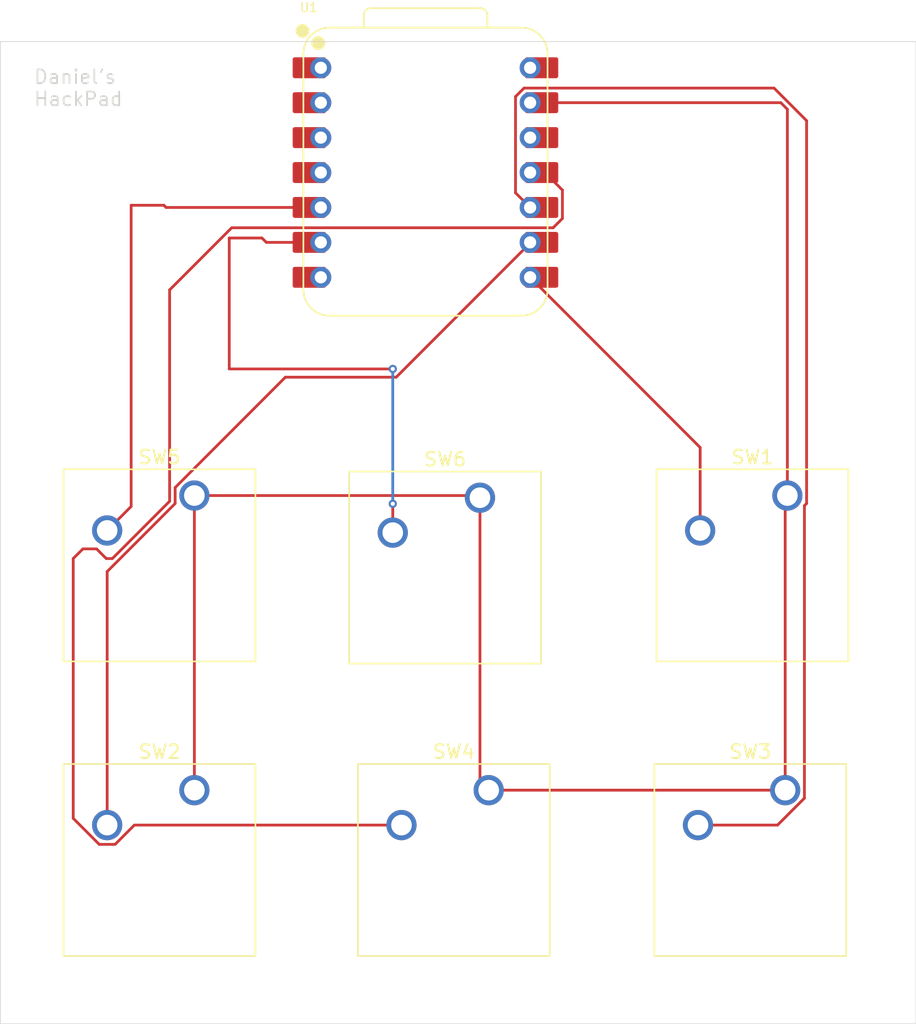
<source format=kicad_pcb>
(kicad_pcb (version 20241229) (generator "pcbnew") (generator_version "9.0")
  (layers (0 "F.Cu" signal) (2 "B.Cu" signal) (13 "F.Paste" user) (15 "B.Paste" user) (5 "F.SilkS" user "F.Silkscreen") (7 "B.SilkS" user "B.Silkscreen") (1 "F.Mask" user) (3 "B.Mask" user) (25 "Edge.Cuts" user))
  (net 0 "")
  (net 1 "Net-(U1-GPIO1{slash}RX)")
  (net 2 "GND")
  (net 3 "Net-(U1-GPIO2{slash}SCK)")
  (net 4 "Net-(U1-GPIO4{slash}MISO)")
  (net 5 "Net-(U1-GPIO3{slash}MOSI)")
  (net 6 "Net-(U1-GPIO6{slash}SDA)")
  (net 7 "Net-(U1-GPIO7{slash}SCL)")
  (net 13 "+5V")
  (footprint "Button_Switch_Keyboard:SW_Cherry_MX_1.00u_PCB" (layer "F.Cu") (at 171.45 90.17)
    (property "Reference" "SW3" (at -2.54 -2.794 0) (layer "F.SilkS"))
    (property "Value" "SW_Push")
    (fp_line (start -9.525 -1.905) (end 4.445 -1.905) (stroke (width 0.12)) (layer "F.SilkS"))
    (fp_line (start -9.525 12.065) (end -9.525 -1.905) (stroke (width 0.12)) (layer "F.SilkS"))
    (fp_line (start 4.445 -1.905) (end 4.445 12.065) (stroke (width 0.12)) (layer "F.SilkS"))
    (fp_line (start 4.445 12.065) (end -9.525 12.065) (stroke (width 0.12)) (layer "F.SilkS"))
    (pad "" np_thru_hole circle (at -7.62 5.08) (size 1.7 1.7) (drill 1.7) (layers "*.Cu" "*.Mask"))
    (pad "" np_thru_hole circle (at -2.54 5.08) (size 4 4) (drill 4) (layers "*.Cu" "*.Mask"))
    (pad "" np_thru_hole circle (at 2.54 5.08) (size 1.7 1.7) (drill 1.7) (layers "*.Cu" "*.Mask"))
    (pad "1" thru_hole circle (at 0 0) (size 2.2 2.2) (drill 1.5) (layers "*.Cu" "*.Mask") (net 2 "GND"))
    (pad "2" thru_hole circle (at -6.35 2.54) (size 2.2 2.2) (drill 1.5) (layers "*.Cu" "*.Mask") (net 4 "Net-(U1-GPIO4{slash}MISO)"))
  )
  (footprint "Button_Switch_Keyboard:SW_Cherry_MX_1.00u_PCB" (layer "F.Cu") (at 171.60875 68.73875)
    (property "Reference" "SW1" (at -2.54 -2.794 0) (layer "F.SilkS"))
    (property "Value" "SW_Push")
    (fp_line (start -9.525 -1.905) (end 4.445 -1.905) (stroke (width 0.12)) (layer "F.SilkS"))
    (fp_line (start -9.525 12.065) (end -9.525 -1.905) (stroke (width 0.12)) (layer "F.SilkS"))
    (fp_line (start 4.445 -1.905) (end 4.445 12.065) (stroke (width 0.12)) (layer "F.SilkS"))
    (fp_line (start 4.445 12.065) (end -9.525 12.065) (stroke (width 0.12)) (layer "F.SilkS"))
    (pad "" np_thru_hole circle (at -7.62 5.08) (size 1.7 1.7) (drill 1.7) (layers "*.Cu" "*.Mask"))
    (pad "" np_thru_hole circle (at -2.54 5.08) (size 4 4) (drill 4) (layers "*.Cu" "*.Mask"))
    (pad "" np_thru_hole circle (at 2.54 5.08) (size 1.7 1.7) (drill 1.7) (layers "*.Cu" "*.Mask"))
    (pad "1" thru_hole circle (at 0 0) (size 2.2 2.2) (drill 1.5) (layers "*.Cu" "*.Mask") (net 2 "GND"))
    (pad "2" thru_hole circle (at -6.35 2.54) (size 2.2 2.2) (drill 1.5) (layers "*.Cu" "*.Mask") (net 1 "Net-(U1-GPIO1{slash}RX)"))
  )
  (footprint "Button_Switch_Keyboard:SW_Cherry_MX_1.00u_PCB" (layer "F.Cu") (at 128.42875 68.73875)
    (property "Reference" "SW5" (at -2.54 -2.794 0) (layer "F.SilkS"))
    (property "Value" "SW_Push")
    (fp_line (start -9.525 -1.905) (end 4.445 -1.905) (stroke (width 0.12)) (layer "F.SilkS"))
    (fp_line (start -9.525 12.065) (end -9.525 -1.905) (stroke (width 0.12)) (layer "F.SilkS"))
    (fp_line (start 4.445 -1.905) (end 4.445 12.065) (stroke (width 0.12)) (layer "F.SilkS"))
    (fp_line (start 4.445 12.065) (end -9.525 12.065) (stroke (width 0.12)) (layer "F.SilkS"))
    (pad "" np_thru_hole circle (at -7.62 5.08) (size 1.7 1.7) (drill 1.7) (layers "*.Cu" "*.Mask"))
    (pad "" np_thru_hole circle (at -2.54 5.08) (size 4 4) (drill 4) (layers "*.Cu" "*.Mask"))
    (pad "" np_thru_hole circle (at 2.54 5.08) (size 1.7 1.7) (drill 1.7) (layers "*.Cu" "*.Mask"))
    (pad "1" thru_hole circle (at 0 0) (size 2.2 2.2) (drill 1.5) (layers "*.Cu" "*.Mask") (net 2 "GND"))
    (pad "2" thru_hole circle (at -6.35 2.54) (size 2.2 2.2) (drill 1.5) (layers "*.Cu" "*.Mask") (net 6 "Net-(U1-GPIO6{slash}SDA)"))
  )
  (footprint "Button_Switch_Keyboard:SW_Cherry_MX_1.00u_PCB" (layer "F.Cu") (at 149.225 68.8975)
    (property "Reference" "SW6" (at -2.54 -2.794 0) (layer "F.SilkS"))
    (property "Value" "SW_Push")
    (fp_line (start -9.525 -1.905) (end 4.445 -1.905) (stroke (width 0.12)) (layer "F.SilkS"))
    (fp_line (start -9.525 12.065) (end -9.525 -1.905) (stroke (width 0.12)) (layer "F.SilkS"))
    (fp_line (start 4.445 -1.905) (end 4.445 12.065) (stroke (width 0.12)) (layer "F.SilkS"))
    (fp_line (start 4.445 12.065) (end -9.525 12.065) (stroke (width 0.12)) (layer "F.SilkS"))
    (pad "" np_thru_hole circle (at -7.62 5.08) (size 1.7 1.7) (drill 1.7) (layers "*.Cu" "*.Mask"))
    (pad "" np_thru_hole circle (at -2.54 5.08) (size 4 4) (drill 4) (layers "*.Cu" "*.Mask"))
    (pad "" np_thru_hole circle (at 2.54 5.08) (size 1.7 1.7) (drill 1.7) (layers "*.Cu" "*.Mask"))
    (pad "1" thru_hole circle (at 0 0) (size 2.2 2.2) (drill 1.5) (layers "*.Cu" "*.Mask") (net 2 "GND"))
    (pad "2" thru_hole circle (at -6.35 2.54) (size 2.2 2.2) (drill 1.5) (layers "*.Cu" "*.Mask") (net 7 "Net-(U1-GPIO7{slash}SCL)"))
  )
  (footprint "Button_Switch_Keyboard:SW_Cherry_MX_1.00u_PCB" (layer "F.Cu") (at 128.42875 90.17)
    (property "Reference" "SW2" (at -2.54 -2.794 0) (layer "F.SilkS"))
    (property "Value" "SW_Push")
    (fp_line (start -9.525 -1.905) (end 4.445 -1.905) (stroke (width 0.12)) (layer "F.SilkS"))
    (fp_line (start -9.525 12.065) (end -9.525 -1.905) (stroke (width 0.12)) (layer "F.SilkS"))
    (fp_line (start 4.445 -1.905) (end 4.445 12.065) (stroke (width 0.12)) (layer "F.SilkS"))
    (fp_line (start 4.445 12.065) (end -9.525 12.065) (stroke (width 0.12)) (layer "F.SilkS"))
    (pad "" np_thru_hole circle (at -7.62 5.08) (size 1.7 1.7) (drill 1.7) (layers "*.Cu" "*.Mask"))
    (pad "" np_thru_hole circle (at -2.54 5.08) (size 4 4) (drill 4) (layers "*.Cu" "*.Mask"))
    (pad "" np_thru_hole circle (at 2.54 5.08) (size 1.7 1.7) (drill 1.7) (layers "*.Cu" "*.Mask"))
    (pad "1" thru_hole circle (at 0 0) (size 2.2 2.2) (drill 1.5) (layers "*.Cu" "*.Mask") (net 2 "GND"))
    (pad "2" thru_hole circle (at -6.35 2.54) (size 2.2 2.2) (drill 1.5) (layers "*.Cu" "*.Mask") (net 3 "Net-(U1-GPIO2{slash}SCK)"))
  )
  (footprint "OPL:XIAO-RP2040-DIP" (layer "F.Cu") (at 145.25625 45.24375)
    (property "Reference" "U1" (at -8.5 -12 0) (layer "F.SilkS") (effects (font (size 0.635 0.635) (thickness 0.1016))))
    (property "Value" "XIAO-RP2040-DIP")
    (fp_line (start -8.89 8.509) (end -8.89 -8.636) (stroke (width 0.127)) (layer "F.SilkS"))
    (fp_line (start -6.985 10.414) (end 6.985 10.414) (stroke (width 0.127)) (layer "F.SilkS"))
    (fp_line (start -4.495 -10.541) (end -4.491272 -11.451272) (stroke (width 0.127)) (layer "F.SilkS"))
    (fp_line (start -3.991272 -11.951) (end 4.004 -11.951) (stroke (width 0.127)) (layer "F.SilkS"))
    (fp_line (start 4.504 -11.451) (end 4.504 -10.541) (stroke (width 0.127)) (layer "F.SilkS"))
    (fp_line (start 6.985 -10.541) (end -6.985 -10.541) (stroke (width 0.1)) (layer "F.SilkS"))
    (fp_line (start 6.985 -10.541) (end -6.985 -10.541) (stroke (width 0.127)) (layer "F.SilkS"))
    (fp_line (start 8.89 8.509) (end 8.89 -8.636) (stroke (width 0.127)) (layer "F.SilkS"))
    (fp_arc (start -8.89 -8.636) (mid -8.332038 -9.983038) (end -6.985 -10.541) (stroke (width 0.127)) (layer "F.SilkS"))
    (fp_arc (start -6.985 10.414) (mid -8.332038 9.856038) (end -8.89 8.509) (stroke (width 0.127)) (layer "F.SilkS"))
    (fp_arc (start -4.491272 -11.451272) (mid -4.344728 -11.80464) (end -3.991272 -11.951) (stroke (width 0.127)) (layer "F.SilkS"))
    (fp_arc (start 4.004 -11.951) (mid 4.357553 -11.804553) (end 4.504 -11.451) (stroke (width 0.127)) (layer "F.SilkS"))
    (fp_arc (start 6.985 -10.541) (mid 8.332038 -9.983038) (end 8.89 -8.636) (stroke (width 0.127)) (layer "F.SilkS"))
    (fp_arc (start 8.89 8.509) (mid 8.332038 9.856038) (end 6.985 10.414) (stroke (width 0.127)) (layer "F.SilkS"))
    (fp_circle (center -8.95 -10.3) (end -8.95 -10.554) (stroke (width 0.5)) (fill yes) (layer "F.SilkS"))
    (fp_circle (center -7.807 -9.42) (end -7.807 -9.674) (stroke (width 0.5)) (fill yes) (layer "F.SilkS"))
    (pad "1" smd roundrect (at -8.455 -7.62 180) (size 2.432 1.524) (layers "F.Cu" "F.Mask") (roundrect_rratio 0.1))
    (pad "1" thru_hole circle (at -7.62 -7.62 180) (size 1.524 1.524) (drill 0.889) (layers "*.Cu" "*.Mask"))
    (pad "2" smd roundrect (at -8.455 -5.08 180) (size 2.432 1.524) (layers "F.Cu" "F.Mask") (roundrect_rratio 0.1))
    (pad "2" thru_hole circle (at -7.62 -5.08 180) (size 1.524 1.524) (drill 0.889) (layers "*.Cu" "*.Mask"))
    (pad "3" smd roundrect (at -8.455 -2.54 180) (size 2.432 1.524) (layers "F.Cu" "F.Mask") (roundrect_rratio 0.1))
    (pad "3" thru_hole circle (at -7.62 -2.54 180) (size 1.524 1.524) (drill 0.889) (layers "*.Cu" "*.Mask"))
    (pad "4" smd roundrect (at -8.455 0 180) (size 2.432 1.524) (layers "F.Cu" "F.Mask") (roundrect_rratio 0.1))
    (pad "4" thru_hole circle (at -7.62 0 180) (size 1.524 1.524) (drill 0.889) (layers "*.Cu" "*.Mask"))
    (pad "5" smd roundrect (at -8.455 2.54 180) (size 2.432 1.524) (layers "F.Cu" "F.Mask") (roundrect_rratio 0.1) (net 6 "Net-(U1-GPIO6{slash}SDA)"))
    (pad "5" thru_hole circle (at -7.62 2.54 180) (size 1.524 1.524) (drill 0.889) (layers "*.Cu" "*.Mask") (net 6 "Net-(U1-GPIO6{slash}SDA)"))
    (pad "6" smd roundrect (at -8.455 5.08 180) (size 2.432 1.524) (layers "F.Cu" "F.Mask") (roundrect_rratio 0.1) (net 7 "Net-(U1-GPIO7{slash}SCL)"))
    (pad "6" thru_hole circle (at -7.62 5.08 180) (size 1.524 1.524) (drill 0.889) (layers "*.Cu" "*.Mask") (net 7 "Net-(U1-GPIO7{slash}SCL)"))
    (pad "7" smd roundrect (at -8.455 7.62 180) (size 2.432 1.524) (layers "F.Cu" "F.Mask") (roundrect_rratio 0.1))
    (pad "7" thru_hole circle (at -7.62 7.62 180) (size 1.524 1.524) (drill 0.889) (layers "*.Cu" "*.Mask"))
    (pad "8" thru_hole circle (at 7.62 7.62) (size 1.524 1.524) (drill 0.889) (layers "*.Cu" "*.Mask") (net 1 "Net-(U1-GPIO1{slash}RX)"))
    (pad "8" smd roundrect (at 8.455 7.62) (size 2.432 1.524) (layers "F.Cu" "F.Mask") (roundrect_rratio 0.1) (net 1 "Net-(U1-GPIO1{slash}RX)"))
    (pad "9" thru_hole circle (at 7.62 5.08) (size 1.524 1.524) (drill 0.889) (layers "*.Cu" "*.Mask") (net 3 "Net-(U1-GPIO2{slash}SCK)"))
    (pad "9" smd roundrect (at 8.455 5.08) (size 2.432 1.524) (layers "F.Cu" "F.Mask") (roundrect_rratio 0.1) (net 3 "Net-(U1-GPIO2{slash}SCK)"))
    (pad "10" thru_hole circle (at 7.62 2.54) (size 1.524 1.524) (drill 0.889) (layers "*.Cu" "*.Mask") (net 4 "Net-(U1-GPIO4{slash}MISO)"))
    (pad "10" smd roundrect (at 8.455 2.54) (size 2.432 1.524) (layers "F.Cu" "F.Mask") (roundrect_rratio 0.1) (net 4 "Net-(U1-GPIO4{slash}MISO)"))
    (pad "11" thru_hole circle (at 7.62 0) (size 1.524 1.524) (drill 0.889) (layers "*.Cu" "*.Mask") (net 5 "Net-(U1-GPIO3{slash}MOSI)"))
    (pad "11" smd roundrect (at 8.455 0) (size 2.432 1.524) (layers "F.Cu" "F.Mask") (roundrect_rratio 0.1) (net 5 "Net-(U1-GPIO3{slash}MOSI)"))
    (pad "12" thru_hole circle (at 7.62 -2.54) (size 1.524 1.524) (drill 0.889) (layers "*.Cu" "*.Mask"))
    (pad "12" smd roundrect (at 8.455 -2.54) (size 2.432 1.524) (layers "F.Cu" "F.Mask") (roundrect_rratio 0.1))
    (pad "13" thru_hole circle (at 7.62 -5.08) (size 1.524 1.524) (drill 0.889) (layers "*.Cu" "*.Mask") (net 2 "GND"))
    (pad "13" smd roundrect (at 8.455 -5.08) (size 2.432 1.524) (layers "F.Cu" "F.Mask") (roundrect_rratio 0.1) (net 2 "GND"))
    (pad "14" thru_hole circle (at 7.62 -7.62) (size 1.524 1.524) (drill 0.889) (layers "*.Cu" "*.Mask") (net 13 "+5V"))
    (pad "14" smd roundrect (at 8.455 -7.62) (size 2.432 1.524) (layers "F.Cu" "F.Mask") (roundrect_rratio 0.1) (net 13 "+5V"))
  )
  (footprint "Button_Switch_Keyboard:SW_Cherry_MX_1.00u_PCB" (layer "F.Cu") (at 149.86 90.17)
    (property "Reference" "SW4" (at -2.54 -2.794 0) (layer "F.SilkS"))
    (property "Value" "SW_Push")
    (fp_line (start -9.525 -1.905) (end 4.445 -1.905) (stroke (width 0.12)) (layer "F.SilkS"))
    (fp_line (start -9.525 12.065) (end -9.525 -1.905) (stroke (width 0.12)) (layer "F.SilkS"))
    (fp_line (start 4.445 -1.905) (end 4.445 12.065) (stroke (width 0.12)) (layer "F.SilkS"))
    (fp_line (start 4.445 12.065) (end -9.525 12.065) (stroke (width 0.12)) (layer "F.SilkS"))
    (pad "" np_thru_hole circle (at -7.62 5.08) (size 1.7 1.7) (drill 1.7) (layers "*.Cu" "*.Mask"))
    (pad "" np_thru_hole circle (at -2.54 5.08) (size 4 4) (drill 4) (layers "*.Cu" "*.Mask"))
    (pad "" np_thru_hole circle (at 2.54 5.08) (size 1.7 1.7) (drill 1.7) (layers "*.Cu" "*.Mask"))
    (pad "1" thru_hole circle (at 0 0) (size 2.2 2.2) (drill 1.5) (layers "*.Cu" "*.Mask") (net 2 "GND"))
    (pad "2" thru_hole circle (at -6.35 2.54) (size 2.2 2.2) (drill 1.5) (layers "*.Cu" "*.Mask") (net 5 "Net-(U1-GPIO3{slash}MOSI)"))
  )
  (gr_rect (start 114.3 35.71875) (end 180.975 107.15625) (stroke (width 0.05)) (fill no) (layer "Edge.Cuts"))
  (gr_text "Daniel's\nHackPad" (at 116.68125 40.48125 0) (layer "Edge.Cuts") (effects (font (size 1 1) (thickness 0.125)) (justify left bottom)))
  (segment (start 165.25875 71.27875) (end 165.25875 65.24625) (width 0.2) (layer "F.Cu") (net 1))
  (segment (start 165.25875 65.24625) (end 152.87625 52.86375) (width 0.2) (layer "F.Cu") (net 1))
  (segment (start 149.225 68.8975) (end 149.225 89.535) (width 0.2) (layer "F.Cu") (net 2))
  (segment (start 171.45 68.8975) (end 171.60875 68.73875) (width 0.2) (layer "F.Cu") (net 2))
  (segment (start 171.1325 40.16375) (end 152.87625 40.16375) (width 0.2) (layer "F.Cu") (net 2))
  (segment (start 149.06625 68.73875) (end 149.225 68.8975) (width 0.2) (layer "F.Cu") (net 2))
  (segment (start 149.225 89.535) (end 149.86 90.17) (width 0.2) (layer "F.Cu") (net 2))
  (segment (start 149.86 90.17) (end 171.45 90.17) (width 0.2) (layer "F.Cu") (net 2))
  (segment (start 171.60875 68.73875) (end 171.60875 40.64) (width 0.2) (layer "F.Cu") (net 2))
  (segment (start 128.42875 90.17) (end 128.42875 68.73875) (width 0.2) (layer "F.Cu") (net 2))
  (segment (start 171.45 90.17) (end 171.45 68.8975) (width 0.2) (layer "F.Cu") (net 2))
  (segment (start 128.42875 68.73875) (end 149.06625 68.73875) (width 0.2) (layer "F.Cu") (net 2))
  (segment (start 171.60875 40.64) (end 171.1325 40.16375) (width 0.2) (layer "F.Cu") (net 2))
  (segment (start 127.02775 69.319064) (end 127.02775 68.158436) (width 0.2) (layer "F.Cu") (net 3))
  (segment (start 122.07875 92.71) (end 122.07875 74.268064) (width 0.2) (layer "F.Cu") (net 3))
  (segment (start 122.07875 74.268064) (end 127.02775 69.319064) (width 0.2) (layer "F.Cu") (net 3))
  (segment (start 143.123943 60.13225) (end 152.87625 50.379943) (width 0.2) (layer "F.Cu") (net 3))
  (segment (start 127.02775 68.158436) (end 135.053936 60.13225) (width 0.2) (layer "F.Cu") (net 3))
  (segment (start 152.87625 50.379943) (end 152.87625 50.32375) (width 0.2) (layer "F.Cu") (net 3))
  (segment (start 135.053936 60.13225) (end 143.123943 60.13225) (width 0.2) (layer "F.Cu") (net 3))
  (segment (start 151.81325 46.72075) (end 152.87625 47.78375) (width 0.2) (layer "F.Cu") (net 4))
  (segment (start 170.891314 92.71) (end 172.851 90.750314) (width 0.2) (layer "F.Cu") (net 4))
  (segment (start 151.81325 39.72344) (end 151.81325 46.72075) (width 0.2) (layer "F.Cu") (net 4))
  (segment (start 172.851 69.477814) (end 173.00975 69.319064) (width 0.2) (layer "F.Cu") (net 4))
  (segment (start 173.00975 41.4739) (end 170.6366 39.10075) (width 0.2) (layer "F.Cu") (net 4))
  (segment (start 152.43594 39.10075) (end 151.81325 39.72344) (width 0.2) (layer "F.Cu") (net 4))
  (segment (start 173.00975 69.319064) (end 173.00975 41.4739) (width 0.2) (layer "F.Cu") (net 4))
  (segment (start 172.851 90.750314) (end 172.851 69.477814) (width 0.2) (layer "F.Cu") (net 4))
  (segment (start 170.6366 39.10075) (end 152.43594 39.10075) (width 0.2) (layer "F.Cu") (net 4))
  (segment (start 165.1 92.71) (end 170.891314 92.71) (width 0.2) (layer "F.Cu") (net 4))
  (segment (start 120.31128 72.61775) (end 121.30622 72.61775) (width 0.2) (layer "F.Cu") (net 5))
  (segment (start 122.458434 73.32128) (end 126.62675 69.152964) (width 0.2) (layer "F.Cu") (net 5))
  (segment (start 153.95388 45.24375) (end 152.87625 45.24375) (width 0.2) (layer "F.Cu") (net 5))
  (segment (start 119.60775 92.220314) (end 119.60775 73.32128) (width 0.2) (layer "F.Cu") (net 5))
  (segment (start 131.14715 49.26075) (end 154.552876 49.26075) (width 0.2) (layer "F.Cu") (net 5))
  (segment (start 154.552876 49.26075) (end 155.22825 48.585376) (width 0.2) (layer "F.Cu") (net 5))
  (segment (start 155.22825 46.51812) (end 153.95388 45.24375) (width 0.2) (layer "F.Cu") (net 5))
  (segment (start 121.498436 94.111) (end 119.60775 92.220314) (width 0.2) (layer "F.Cu") (net 5))
  (segment (start 122.659064 94.111) (end 121.498436 94.111) (width 0.2) (layer "F.Cu") (net 5))
  (segment (start 122.00975 73.32128) (end 122.458434 73.32128) (width 0.2) (layer "F.Cu") (net 5))
  (segment (start 126.62675 53.78115) (end 131.14715 49.26075) (width 0.2) (layer "F.Cu") (net 5))
  (segment (start 126.62675 69.152964) (end 126.62675 53.78115) (width 0.2) (layer "F.Cu") (net 5))
  (segment (start 119.60775 73.32128) (end 120.31128 72.61775) (width 0.2) (layer "F.Cu") (net 5))
  (segment (start 143.51 92.71) (end 124.060064 92.71) (width 0.2) (layer "F.Cu") (net 5))
  (segment (start 124.060064 92.71) (end 122.659064 94.111) (width 0.2) (layer "F.Cu") (net 5))
  (segment (start 121.30622 72.61775) (end 122.00975 73.32128) (width 0.2) (layer "F.Cu") (net 5))
  (segment (start 155.22825 48.585376) (end 155.22825 46.51812) (width 0.2) (layer "F.Cu") (net 5))
  (segment (start 123.825 69.5325) (end 123.825 47.625) (width 0.2) (layer "F.Cu") (net 6))
  (segment (start 126.20625 47.625) (end 126.365 47.78375) (width 0.2) (layer "F.Cu") (net 6))
  (segment (start 123.825 47.625) (end 126.20625 47.625) (width 0.2) (layer "F.Cu") (net 6))
  (segment (start 126.365 47.78375) (end 136.80125 47.78375) (width 0.2) (layer "F.Cu") (net 6))
  (segment (start 122.07875 71.27875) (end 123.825 69.5325) (width 0.2) (layer "F.Cu") (net 6))
  (segment (start 142.875 59.53125) (end 130.96875 59.53125) (width 0.2) (layer "F.Cu") (net 7))
  (segment (start 142.875 69.13975) (end 142.875 69.33875) (width 0.2) (layer "F.Cu") (net 7))
  (segment (start 130.96875 59.53125) (end 130.96875 50.00625) (width 0.2) (layer "F.Cu") (net 7))
  (segment (start 130.96875 50.00625) (end 133.35 50.00625) (width 0.2) (layer "F.Cu") (net 7))
  (segment (start 133.6675 50.32375) (end 137.63625 50.32375) (width 0.2) (layer "F.Cu") (net 7))
  (segment (start 133.35 50.00625) (end 133.6675 50.32375) (width 0.2) (layer "F.Cu") (net 7))
  (segment (start 142.875 71.4375) (end 142.875 69.13975) (width 0.2) (layer "F.Cu") (net 7))
  (via (at 142.875 69.33875) (size 0.6) (drill 0.3) (layers "F.Cu" "B.Cu") (net 7))
  (via (at 142.875 59.53125) (size 0.6) (drill 0.3) (layers "F.Cu" "B.Cu") (net 7))
  (segment (start 142.875 69.33875) (end 142.875 59.53125) (width 0.2) (layer "B.Cu") (net 7))
)
</source>
